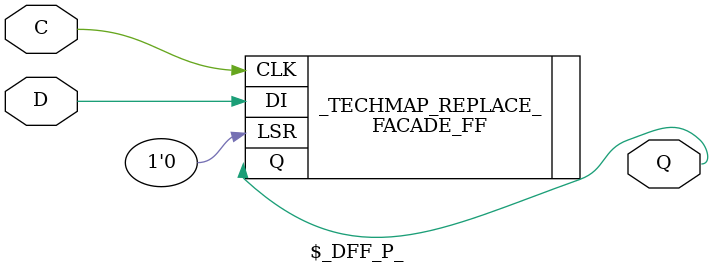
<source format=v>
module \$lut (A, Y);
	parameter WIDTH = 0;
	parameter LUT = 0;
	input [WIDTH-1:0] A;
	output Y;

	localparam rep = 1<<(4-WIDTH);
	wire [3:0] I;

	generate
		if(WIDTH == 1) begin
			assign I = {1'b0, 1'b0, 1'b0, A[0]};
		end else if(WIDTH == 2) begin
			assign I = {1'b0, 1'b0, A[1], A[0]};
		end else if(WIDTH == 3) begin
			assign I = {1'b0, A[2], A[1], A[0]};
		end else if(WIDTH == 4) begin
			assign I = {A[3], A[2], A[1], A[0]};
		end else begin
			INVALID_LUT_WIDTH error();
		end
	endgenerate

	LUT4 #(.INIT({rep{LUT}})) _TECHMAP_REPLACE_ (.A(I[0]), .B(I[1]), .C(I[2]), .D(I[3]), .F(Y));
endmodule

module  \$_DFF_P_ (input D, C, output Q); FACADE_FF #(.CEMUX("1"), .CLKMUX("CLK"), .LSRMUX("LSR"), .REGSET("RESET")) _TECHMAP_REPLACE_ (.CLK(C), .LSR(1'b0), .DI(D), .Q(Q)); endmodule

</source>
